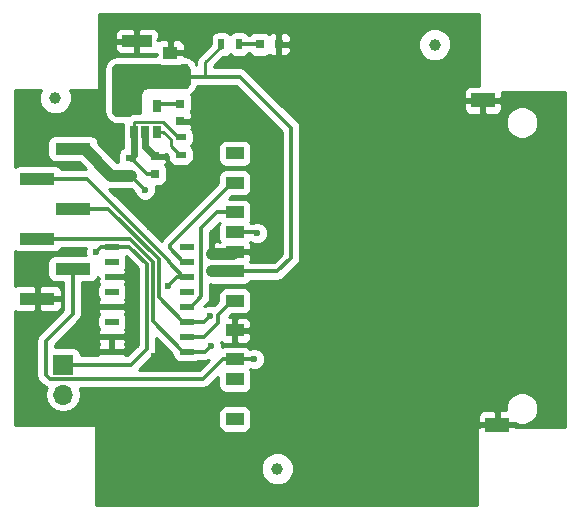
<source format=gtl>
G04 #@! TF.FileFunction,Copper,L1,Top,Signal*
%FSLAX46Y46*%
G04 Gerber Fmt 4.6, Leading zero omitted, Abs format (unit mm)*
G04 Created by KiCad (PCBNEW 4.0.5) date 04/10/17 16:46:25*
%MOMM*%
%LPD*%
G01*
G04 APERTURE LIST*
%ADD10C,0.100000*%
%ADD11C,0.600000*%
%ADD12R,0.650000X1.060000*%
%ADD13R,2.000000X1.200000*%
%ADD14R,1.500000X1.000000*%
%ADD15R,1.143000X0.508000*%
%ADD16C,1.000000*%
%ADD17R,0.750000X0.800000*%
%ADD18R,0.800000X0.800000*%
%ADD19R,0.900000X0.500000*%
%ADD20R,0.500000X0.900000*%
%ADD21R,2.500000X1.000000*%
%ADD22R,1.250000X1.000000*%
%ADD23R,1.700000X1.700000*%
%ADD24O,1.700000X1.700000*%
%ADD25R,3.000000X1.000000*%
%ADD26C,1.000000*%
%ADD27C,0.600000*%
%ADD28C,0.300000*%
%ADD29C,0.250000*%
%ADD30C,0.254000*%
G04 APERTURE END LIST*
D10*
D11*
X123893500Y-78506000D03*
X122893500Y-78506000D03*
X121893500Y-78506000D03*
X120893500Y-78506000D03*
X119893500Y-78506000D03*
X122806500Y-107401000D03*
D12*
X120765000Y-87667000D03*
X121715000Y-87667000D03*
X122665000Y-87667000D03*
X122665000Y-85467000D03*
X120765000Y-85467000D03*
D11*
X150431500Y-108267500D03*
X147828000Y-108077000D03*
X143764000Y-108077000D03*
X138684000Y-108077000D03*
X149352000Y-89344500D03*
X145605500Y-89344500D03*
X141668500Y-89344500D03*
X138684000Y-89344500D03*
X122150000Y-95750000D03*
X122650000Y-94850000D03*
X121650000Y-94850000D03*
X120647500Y-102489000D03*
X120647500Y-103718000D03*
D13*
X150300000Y-85000000D03*
D14*
X129300000Y-112000000D03*
X129300000Y-92000000D03*
X129300000Y-89500000D03*
X129300000Y-94500000D03*
X129300000Y-96200000D03*
X129300000Y-97850000D03*
X129300000Y-99500000D03*
X129300000Y-102000000D03*
X129300000Y-104500000D03*
X129300000Y-106950000D03*
X129300000Y-108650000D03*
D13*
X151500000Y-112500000D03*
D15*
X125225000Y-97405000D03*
X125225000Y-99945000D03*
X125225000Y-101215000D03*
X125225000Y-102485000D03*
X125225000Y-103755000D03*
X125225000Y-105025000D03*
X125225000Y-106295000D03*
X118875000Y-106295000D03*
X118875000Y-105025000D03*
X118875000Y-103755000D03*
X118875000Y-102485000D03*
X118875000Y-101215000D03*
X118875000Y-99945000D03*
X118875000Y-98675000D03*
X118875000Y-97405000D03*
X125225000Y-98675000D03*
D11*
X123317000Y-106680000D03*
X116332000Y-86487000D03*
X127508000Y-85471000D03*
X127508000Y-86995000D03*
X127508000Y-88646000D03*
X119700000Y-117300000D03*
X123700000Y-117300000D03*
X127700000Y-117300000D03*
X127700000Y-114300000D03*
X123700000Y-114300000D03*
X119700000Y-114300000D03*
X138700000Y-117300000D03*
X143700000Y-117300000D03*
X143700000Y-114300000D03*
X138700000Y-114300000D03*
X141700000Y-82300000D03*
X138700000Y-82300000D03*
X141700000Y-79300000D03*
X138700000Y-79300000D03*
X113281500Y-103083000D03*
X113281500Y-100543000D03*
X127550000Y-90150000D03*
X122425500Y-106680000D03*
X120647500Y-104902000D03*
X114170500Y-103083000D03*
D16*
X114107000Y-84795000D03*
X132900000Y-116200000D03*
D17*
X124650500Y-85292500D03*
X124650500Y-86792500D03*
X127350000Y-99500000D03*
X127350000Y-98000000D03*
D18*
X131407000Y-80264000D03*
X133007000Y-80264000D03*
D19*
X120500000Y-91381000D03*
X120500000Y-89881000D03*
X124714000Y-88150000D03*
X124714000Y-89650000D03*
D20*
X128155000Y-80264000D03*
X129655000Y-80264000D03*
D17*
X122500000Y-91250000D03*
X122500000Y-89750000D03*
D16*
X146200000Y-80300000D03*
D11*
X114170500Y-100543000D03*
D21*
X121000000Y-83000000D03*
X121000000Y-80000000D03*
D22*
X123825000Y-83000000D03*
X123825000Y-81000000D03*
D23*
X114742000Y-107401000D03*
D24*
X114742000Y-109941000D03*
D25*
X112567500Y-91653000D03*
X112567500Y-96733000D03*
X112567500Y-101813000D03*
X115567500Y-89113000D03*
X115567500Y-94193000D03*
X115567500Y-99273000D03*
D11*
X117550000Y-97850000D03*
X119380000Y-84328000D03*
X119507000Y-85471000D03*
X130937000Y-106934000D03*
X127254000Y-105791000D03*
X123632000Y-100733500D03*
X127199990Y-103251000D03*
X121700000Y-92600000D03*
X131191000Y-96266000D03*
D26*
X127350000Y-98000000D02*
X129150000Y-98000000D01*
X129150000Y-98000000D02*
X129300000Y-97850000D01*
D27*
X121715000Y-87667000D02*
X121715000Y-88965000D01*
X121715000Y-88965000D02*
X122500000Y-89750000D01*
D28*
X122500000Y-91250000D02*
X121869000Y-91250000D01*
X121869000Y-91250000D02*
X120500000Y-89881000D01*
D27*
X120765000Y-87667000D02*
X120765000Y-89616000D01*
X120765000Y-89616000D02*
X120500000Y-89881000D01*
D29*
X124714000Y-88150000D02*
X124514000Y-88150000D01*
X124514000Y-88150000D02*
X123175999Y-86811999D01*
X123175999Y-86811999D02*
X120840001Y-86811999D01*
X120840001Y-86811999D02*
X120765000Y-86887000D01*
X120765000Y-86887000D02*
X120765000Y-87667000D01*
D28*
X124650500Y-85292500D02*
X122839500Y-85292500D01*
X122839500Y-85292500D02*
X122665000Y-85467000D01*
X118875000Y-97405000D02*
X120367000Y-97405000D01*
X120367000Y-97405000D02*
X121854000Y-98892000D01*
X121854000Y-98892000D02*
X121854000Y-106037998D01*
X121854000Y-106037998D02*
X120490998Y-107401000D01*
X120490998Y-107401000D02*
X114742000Y-107401000D01*
X129700000Y-83000000D02*
X126807000Y-83000000D01*
X126807000Y-83000000D02*
X125450000Y-83000000D01*
D29*
X128155000Y-80264000D02*
X128155000Y-80464000D01*
X128155000Y-80464000D02*
X126807000Y-81812000D01*
X126807000Y-81812000D02*
X126807000Y-83000000D01*
D28*
X125999002Y-83000000D02*
X125450000Y-83000000D01*
X125450000Y-83000000D02*
X124850000Y-83000000D01*
X129300000Y-99500000D02*
X132900000Y-99500000D01*
X132900000Y-99500000D02*
X134050000Y-98350000D01*
X134050000Y-98350000D02*
X134050000Y-87350000D01*
X134050000Y-87350000D02*
X129700000Y-83000000D01*
X117550000Y-97850000D02*
X117995000Y-97405000D01*
X117995000Y-97405000D02*
X118875000Y-97405000D01*
X119192500Y-97405000D02*
X118875000Y-97405000D01*
D29*
X125619000Y-83000000D02*
X124850000Y-83000000D01*
X124850000Y-83000000D02*
X124700000Y-83000000D01*
D26*
X127350000Y-99500000D02*
X129300000Y-99500000D01*
D29*
X124700000Y-83000000D02*
X123825000Y-83000000D01*
D28*
X119380000Y-84328000D02*
X119380000Y-84455000D01*
X119380000Y-84455000D02*
X119253000Y-84582000D01*
X119507000Y-85471000D02*
X119634000Y-85344000D01*
X119634000Y-85344000D02*
X119761000Y-85344000D01*
X124907500Y-98675000D02*
X123790544Y-97558044D01*
X123790544Y-97558044D02*
X123790544Y-97259456D01*
X125225000Y-98675000D02*
X124907500Y-98675000D01*
X129050000Y-92000000D02*
X129300000Y-92000000D01*
X123790544Y-97259456D02*
X129050000Y-92000000D01*
X125225000Y-102485000D02*
X125542500Y-102485000D01*
X125542500Y-102485000D02*
X126146501Y-101880999D01*
X126146501Y-101880999D02*
X126167501Y-101880999D01*
X126167501Y-101880999D02*
X126426000Y-101622500D01*
X126426000Y-101622500D02*
X126426000Y-95844000D01*
X126426000Y-95844000D02*
X127770000Y-94500000D01*
X127770000Y-94500000D02*
X129300000Y-94500000D01*
X129050000Y-94500000D02*
X129300000Y-94500000D01*
X127850000Y-103850000D02*
X127850000Y-103200000D01*
X127850000Y-103200000D02*
X129050000Y-102000000D01*
X129050000Y-102000000D02*
X129300000Y-102000000D01*
X126675000Y-105025000D02*
X127850000Y-103850000D01*
X125225000Y-105025000D02*
X126675000Y-105025000D01*
X129300000Y-102330500D02*
X129300000Y-102000000D01*
X113611999Y-108601001D02*
X113281500Y-108270502D01*
X115567500Y-103083000D02*
X113281500Y-105369000D01*
X113281500Y-105369000D02*
X113281500Y-108270502D01*
X115567500Y-99273000D02*
X115567500Y-103083000D01*
X129300000Y-106950000D02*
X128250000Y-106950000D01*
X128250000Y-106950000D02*
X126598999Y-108601001D01*
X126598999Y-108601001D02*
X113611999Y-108601001D01*
X130937000Y-106934000D02*
X129316000Y-106934000D01*
X129316000Y-106934000D02*
X129300000Y-106950000D01*
X129655000Y-80264000D02*
X131407000Y-80264000D01*
X120402122Y-96733000D02*
X122354011Y-98684889D01*
X124907500Y-106295000D02*
X125225000Y-106295000D01*
X122354011Y-103741511D02*
X124907500Y-106295000D01*
X122354011Y-98684889D02*
X122354011Y-103741511D01*
X112567500Y-96733000D02*
X120402122Y-96733000D01*
X126746000Y-106299000D02*
X125730000Y-106299000D01*
X127254000Y-105791000D02*
X126746000Y-106299000D01*
X125412500Y-106299000D02*
X125730000Y-106299000D01*
X123632000Y-100733500D02*
X124420500Y-99945000D01*
X124420500Y-99945000D02*
X125225000Y-99945000D01*
X123698000Y-98614634D02*
X123698000Y-98735500D01*
X123698000Y-98735500D02*
X124907500Y-99945000D01*
X124907500Y-99945000D02*
X125225000Y-99945000D01*
X112567500Y-91653000D02*
X116736366Y-91653000D01*
X116736366Y-91653000D02*
X123698000Y-98614634D01*
X118569244Y-94193000D02*
X117367500Y-94193000D01*
X122854022Y-98477778D02*
X118569244Y-94193000D01*
X124907500Y-103755000D02*
X122854022Y-101701522D01*
X117367500Y-94193000D02*
X115567500Y-94193000D01*
X125225000Y-103755000D02*
X124907500Y-103755000D01*
X122854022Y-101701522D02*
X122854022Y-98477778D01*
X125225000Y-103755000D02*
X126695990Y-103755000D01*
X126695990Y-103755000D02*
X127199990Y-103251000D01*
D29*
X123861002Y-88900000D02*
X123861002Y-88288002D01*
X123861002Y-88288002D02*
X123240000Y-87667000D01*
X123240000Y-87667000D02*
X122665000Y-87667000D01*
X124714000Y-89650000D02*
X124611002Y-89650000D01*
X124611002Y-89650000D02*
X123861002Y-88900000D01*
D26*
X120500000Y-91381000D02*
X118835500Y-91381000D01*
X118835500Y-91381000D02*
X116567500Y-89113000D01*
X116567500Y-89113000D02*
X115567500Y-89113000D01*
D28*
X120500000Y-91381000D02*
X120500000Y-91400000D01*
X120500000Y-91400000D02*
X121700000Y-92600000D01*
X129300000Y-96200000D02*
X131125000Y-96200000D01*
X131125000Y-96200000D02*
X131191000Y-96266000D01*
X129550000Y-96200000D02*
X129300000Y-96200000D01*
D30*
G36*
X149973000Y-83765000D02*
X149173690Y-83765000D01*
X148940301Y-83861673D01*
X148761673Y-84040302D01*
X148665000Y-84273691D01*
X148665000Y-84714250D01*
X148823750Y-84873000D01*
X150173000Y-84873000D01*
X150173000Y-84853000D01*
X150427000Y-84853000D01*
X150427000Y-84873000D01*
X151776250Y-84873000D01*
X151935000Y-84714250D01*
X151935000Y-84327000D01*
X157290000Y-84327000D01*
X157290000Y-112673000D01*
X153022250Y-112673000D01*
X152976250Y-112627000D01*
X151627000Y-112627000D01*
X151627000Y-112647000D01*
X151373000Y-112647000D01*
X151373000Y-112627000D01*
X150023750Y-112627000D01*
X149977750Y-112673000D01*
X149900000Y-112673000D01*
X149853841Y-112681685D01*
X149811447Y-112708965D01*
X149783006Y-112750590D01*
X149773000Y-112800000D01*
X149773000Y-119290000D01*
X117527000Y-119290000D01*
X117527000Y-116476661D01*
X131502758Y-116476661D01*
X131714990Y-116990303D01*
X132107630Y-117383629D01*
X132620900Y-117596757D01*
X133176661Y-117597242D01*
X133690303Y-117385010D01*
X134083629Y-116992370D01*
X134296757Y-116479100D01*
X134297242Y-115923339D01*
X134085010Y-115409697D01*
X133692370Y-115016371D01*
X133179100Y-114803243D01*
X132623339Y-114802758D01*
X132109697Y-115014990D01*
X131716371Y-115407630D01*
X131503243Y-115920900D01*
X131502758Y-116476661D01*
X117527000Y-116476661D01*
X117527000Y-112600000D01*
X117518315Y-112553841D01*
X117491035Y-112511447D01*
X117449410Y-112483006D01*
X117400000Y-112473000D01*
X110710000Y-112473000D01*
X110710000Y-111500000D01*
X127902560Y-111500000D01*
X127902560Y-112500000D01*
X127946838Y-112735317D01*
X128085910Y-112951441D01*
X128298110Y-113096431D01*
X128550000Y-113147440D01*
X130050000Y-113147440D01*
X130285317Y-113103162D01*
X130501441Y-112964090D01*
X130646431Y-112751890D01*
X130697440Y-112500000D01*
X130697440Y-111773691D01*
X149865000Y-111773691D01*
X149865000Y-112214250D01*
X150023750Y-112373000D01*
X151373000Y-112373000D01*
X151373000Y-111423750D01*
X151627000Y-111423750D01*
X151627000Y-112373000D01*
X152976250Y-112373000D01*
X152999107Y-112350143D01*
X153323298Y-112484759D01*
X153874285Y-112485240D01*
X154383515Y-112274831D01*
X154773461Y-111885564D01*
X154984759Y-111376702D01*
X154985240Y-110825715D01*
X154774831Y-110316485D01*
X154385564Y-109926539D01*
X153876702Y-109715241D01*
X153325715Y-109714760D01*
X152816485Y-109925169D01*
X152426539Y-110314436D01*
X152215241Y-110823298D01*
X152214855Y-111265000D01*
X151785750Y-111265000D01*
X151627000Y-111423750D01*
X151373000Y-111423750D01*
X151214250Y-111265000D01*
X150373690Y-111265000D01*
X150140301Y-111361673D01*
X149961673Y-111540302D01*
X149865000Y-111773691D01*
X130697440Y-111773691D01*
X130697440Y-111500000D01*
X130653162Y-111264683D01*
X130514090Y-111048559D01*
X130301890Y-110903569D01*
X130050000Y-110852560D01*
X128550000Y-110852560D01*
X128314683Y-110896838D01*
X128098559Y-111035910D01*
X127953569Y-111248110D01*
X127902560Y-111500000D01*
X110710000Y-111500000D01*
X110710000Y-102852237D01*
X110941191Y-102948000D01*
X112281750Y-102948000D01*
X112440500Y-102789250D01*
X112440500Y-101940000D01*
X112694500Y-101940000D01*
X112694500Y-102789250D01*
X112853250Y-102948000D01*
X114193809Y-102948000D01*
X114427198Y-102851327D01*
X114605827Y-102672699D01*
X114702500Y-102439310D01*
X114702500Y-102098750D01*
X114543750Y-101940000D01*
X112694500Y-101940000D01*
X112440500Y-101940000D01*
X112420500Y-101940000D01*
X112420500Y-101686000D01*
X112440500Y-101686000D01*
X112440500Y-100836750D01*
X112694500Y-100836750D01*
X112694500Y-101686000D01*
X114543750Y-101686000D01*
X114702500Y-101527250D01*
X114702500Y-101186690D01*
X114605827Y-100953301D01*
X114427198Y-100774673D01*
X114193809Y-100678000D01*
X112853250Y-100678000D01*
X112694500Y-100836750D01*
X112440500Y-100836750D01*
X112281750Y-100678000D01*
X110941191Y-100678000D01*
X110710000Y-100773763D01*
X110710000Y-97757271D01*
X110815610Y-97829431D01*
X111067500Y-97880440D01*
X114067500Y-97880440D01*
X114302817Y-97836162D01*
X114518941Y-97697090D01*
X114641308Y-97518000D01*
X116675455Y-97518000D01*
X116615162Y-97663201D01*
X116614838Y-98035167D01*
X116652188Y-98125560D01*
X114067500Y-98125560D01*
X113832183Y-98169838D01*
X113616059Y-98308910D01*
X113471069Y-98521110D01*
X113420060Y-98773000D01*
X113420060Y-99773000D01*
X113464338Y-100008317D01*
X113603410Y-100224441D01*
X113815610Y-100369431D01*
X114067500Y-100420440D01*
X114782500Y-100420440D01*
X114782500Y-102757842D01*
X112726421Y-104813921D01*
X112556255Y-105068593D01*
X112556255Y-105068594D01*
X112496500Y-105369000D01*
X112496500Y-108270502D01*
X112556255Y-108570909D01*
X112726421Y-108825581D01*
X113056920Y-109156080D01*
X113311592Y-109326246D01*
X113364909Y-109336852D01*
X113340946Y-109372715D01*
X113227907Y-109941000D01*
X113340946Y-110509285D01*
X113662853Y-110991054D01*
X114144622Y-111312961D01*
X114712907Y-111426000D01*
X114771093Y-111426000D01*
X115339378Y-111312961D01*
X115821147Y-110991054D01*
X116143054Y-110509285D01*
X116256093Y-109941000D01*
X116145697Y-109386001D01*
X126598999Y-109386001D01*
X126899406Y-109326246D01*
X127154078Y-109156080D01*
X127902560Y-108407598D01*
X127902560Y-109150000D01*
X127946838Y-109385317D01*
X128085910Y-109601441D01*
X128298110Y-109746431D01*
X128550000Y-109797440D01*
X130050000Y-109797440D01*
X130285317Y-109753162D01*
X130501441Y-109614090D01*
X130646431Y-109401890D01*
X130697440Y-109150000D01*
X130697440Y-108150000D01*
X130653162Y-107914683D01*
X130579380Y-107800022D01*
X130580506Y-107798374D01*
X130750201Y-107868838D01*
X131122167Y-107869162D01*
X131465943Y-107727117D01*
X131729192Y-107464327D01*
X131871838Y-107120799D01*
X131872162Y-106748833D01*
X131730117Y-106405057D01*
X131467327Y-106141808D01*
X131123799Y-105999162D01*
X130751833Y-105998838D01*
X130564166Y-106076380D01*
X130514090Y-105998559D01*
X130301890Y-105853569D01*
X130050000Y-105802560D01*
X128550000Y-105802560D01*
X128314683Y-105846838D01*
X128188882Y-105927789D01*
X128189162Y-105605833D01*
X128140827Y-105488852D01*
X128190301Y-105538327D01*
X128423690Y-105635000D01*
X129014250Y-105635000D01*
X129173000Y-105476250D01*
X129173000Y-104627000D01*
X129427000Y-104627000D01*
X129427000Y-105476250D01*
X129585750Y-105635000D01*
X130176310Y-105635000D01*
X130409699Y-105538327D01*
X130588327Y-105359698D01*
X130685000Y-105126309D01*
X130685000Y-104785750D01*
X130526250Y-104627000D01*
X129427000Y-104627000D01*
X129173000Y-104627000D01*
X129153000Y-104627000D01*
X129153000Y-104373000D01*
X129173000Y-104373000D01*
X129173000Y-103523750D01*
X129427000Y-103523750D01*
X129427000Y-104373000D01*
X130526250Y-104373000D01*
X130685000Y-104214250D01*
X130685000Y-103873691D01*
X130588327Y-103640302D01*
X130409699Y-103461673D01*
X130176310Y-103365000D01*
X129585750Y-103365000D01*
X129427000Y-103523750D01*
X129173000Y-103523750D01*
X129014250Y-103365000D01*
X128795158Y-103365000D01*
X129012718Y-103147440D01*
X130050000Y-103147440D01*
X130285317Y-103103162D01*
X130501441Y-102964090D01*
X130646431Y-102751890D01*
X130697440Y-102500000D01*
X130697440Y-101500000D01*
X130653162Y-101264683D01*
X130514090Y-101048559D01*
X130301890Y-100903569D01*
X130050000Y-100852560D01*
X128550000Y-100852560D01*
X128314683Y-100896838D01*
X128098559Y-101035910D01*
X127953569Y-101248110D01*
X127902560Y-101500000D01*
X127902560Y-102037282D01*
X127554175Y-102385667D01*
X127386789Y-102316162D01*
X127014823Y-102315838D01*
X126720572Y-102437420D01*
X126722580Y-102436078D01*
X126981079Y-102177579D01*
X127151245Y-101922906D01*
X127211000Y-101622500D01*
X127211000Y-100607351D01*
X127350000Y-100635000D01*
X128488569Y-100635000D01*
X128550000Y-100647440D01*
X130050000Y-100647440D01*
X130285317Y-100603162D01*
X130501441Y-100464090D01*
X130623808Y-100285000D01*
X132900000Y-100285000D01*
X133200407Y-100225245D01*
X133455079Y-100055079D01*
X134605079Y-98905079D01*
X134775245Y-98650406D01*
X134835001Y-98350000D01*
X134835000Y-98349995D01*
X134835000Y-87350000D01*
X134800048Y-87174285D01*
X152214760Y-87174285D01*
X152425169Y-87683515D01*
X152814436Y-88073461D01*
X153323298Y-88284759D01*
X153874285Y-88285240D01*
X154383515Y-88074831D01*
X154773461Y-87685564D01*
X154984759Y-87176702D01*
X154985240Y-86625715D01*
X154774831Y-86116485D01*
X154385564Y-85726539D01*
X153876702Y-85515241D01*
X153325715Y-85514760D01*
X152816485Y-85725169D01*
X152426539Y-86114436D01*
X152215241Y-86623298D01*
X152214760Y-87174285D01*
X134800048Y-87174285D01*
X134775245Y-87049594D01*
X134775245Y-87049593D01*
X134605079Y-86794921D01*
X133095908Y-85285750D01*
X148665000Y-85285750D01*
X148665000Y-85726309D01*
X148761673Y-85959698D01*
X148940301Y-86138327D01*
X149173690Y-86235000D01*
X150014250Y-86235000D01*
X150173000Y-86076250D01*
X150173000Y-85127000D01*
X150427000Y-85127000D01*
X150427000Y-86076250D01*
X150585750Y-86235000D01*
X151426310Y-86235000D01*
X151659699Y-86138327D01*
X151838327Y-85959698D01*
X151935000Y-85726309D01*
X151935000Y-85285750D01*
X151776250Y-85127000D01*
X150427000Y-85127000D01*
X150173000Y-85127000D01*
X148823750Y-85127000D01*
X148665000Y-85285750D01*
X133095908Y-85285750D01*
X130255079Y-82444921D01*
X130000407Y-82274755D01*
X129700000Y-82215000D01*
X127567000Y-82215000D01*
X127567000Y-82126802D01*
X128332362Y-81361440D01*
X128405000Y-81361440D01*
X128640317Y-81317162D01*
X128856441Y-81178090D01*
X128904134Y-81108289D01*
X128940910Y-81165441D01*
X129153110Y-81310431D01*
X129405000Y-81361440D01*
X129905000Y-81361440D01*
X130140317Y-81317162D01*
X130356441Y-81178090D01*
X130444644Y-81049000D01*
X130500156Y-81049000D01*
X130542910Y-81115441D01*
X130755110Y-81260431D01*
X131007000Y-81311440D01*
X131807000Y-81311440D01*
X132042317Y-81267162D01*
X132206493Y-81161518D01*
X132247302Y-81202327D01*
X132480691Y-81299000D01*
X132721250Y-81299000D01*
X132880000Y-81140250D01*
X132880000Y-80391000D01*
X133134000Y-80391000D01*
X133134000Y-81140250D01*
X133292750Y-81299000D01*
X133533309Y-81299000D01*
X133766698Y-81202327D01*
X133945327Y-81023699D01*
X134042000Y-80790310D01*
X134042000Y-80576661D01*
X144802758Y-80576661D01*
X145014990Y-81090303D01*
X145407630Y-81483629D01*
X145920900Y-81696757D01*
X146476661Y-81697242D01*
X146990303Y-81485010D01*
X147383629Y-81092370D01*
X147596757Y-80579100D01*
X147597242Y-80023339D01*
X147385010Y-79509697D01*
X146992370Y-79116371D01*
X146479100Y-78903243D01*
X145923339Y-78902758D01*
X145409697Y-79114990D01*
X145016371Y-79507630D01*
X144803243Y-80020900D01*
X144802758Y-80576661D01*
X134042000Y-80576661D01*
X134042000Y-80549750D01*
X133883250Y-80391000D01*
X133134000Y-80391000D01*
X132880000Y-80391000D01*
X132860000Y-80391000D01*
X132860000Y-80137000D01*
X132880000Y-80137000D01*
X132880000Y-79387750D01*
X133134000Y-79387750D01*
X133134000Y-80137000D01*
X133883250Y-80137000D01*
X134042000Y-79978250D01*
X134042000Y-79737690D01*
X133945327Y-79504301D01*
X133766698Y-79325673D01*
X133533309Y-79229000D01*
X133292750Y-79229000D01*
X133134000Y-79387750D01*
X132880000Y-79387750D01*
X132721250Y-79229000D01*
X132480691Y-79229000D01*
X132247302Y-79325673D01*
X132205340Y-79367634D01*
X132058890Y-79267569D01*
X131807000Y-79216560D01*
X131007000Y-79216560D01*
X130771683Y-79260838D01*
X130555559Y-79399910D01*
X130501519Y-79479000D01*
X130444018Y-79479000D01*
X130369090Y-79362559D01*
X130156890Y-79217569D01*
X129905000Y-79166560D01*
X129405000Y-79166560D01*
X129169683Y-79210838D01*
X128953559Y-79349910D01*
X128905866Y-79419711D01*
X128869090Y-79362559D01*
X128656890Y-79217569D01*
X128405000Y-79166560D01*
X127905000Y-79166560D01*
X127669683Y-79210838D01*
X127453559Y-79349910D01*
X127308569Y-79562110D01*
X127257560Y-79814000D01*
X127257560Y-80286638D01*
X126269599Y-81274599D01*
X126104852Y-81521161D01*
X126047000Y-81812000D01*
X126047000Y-81993667D01*
X125989922Y-81855868D01*
X125881535Y-81693657D01*
X125706343Y-81518465D01*
X125544132Y-81410078D01*
X125315223Y-81315261D01*
X125123881Y-81277201D01*
X125071269Y-81272019D01*
X124926250Y-81127000D01*
X123952000Y-81127000D01*
X123952000Y-81147000D01*
X123698000Y-81147000D01*
X123698000Y-81127000D01*
X123678000Y-81127000D01*
X123678000Y-80873000D01*
X123698000Y-80873000D01*
X123698000Y-80023750D01*
X123952000Y-80023750D01*
X123952000Y-80873000D01*
X124926250Y-80873000D01*
X125085000Y-80714250D01*
X125085000Y-80373691D01*
X124988327Y-80140302D01*
X124809699Y-79961673D01*
X124576310Y-79865000D01*
X124110750Y-79865000D01*
X123952000Y-80023750D01*
X123698000Y-80023750D01*
X123539250Y-79865000D01*
X123073690Y-79865000D01*
X122885000Y-79943158D01*
X122885000Y-79872998D01*
X122726252Y-79872998D01*
X122885000Y-79714250D01*
X122885000Y-79373691D01*
X122788327Y-79140302D01*
X122609699Y-78961673D01*
X122376310Y-78865000D01*
X121285750Y-78865000D01*
X121127000Y-79023750D01*
X121127000Y-79873000D01*
X121147000Y-79873000D01*
X121147000Y-80127000D01*
X121127000Y-80127000D01*
X121127000Y-80976250D01*
X121285750Y-81135000D01*
X122376310Y-81135000D01*
X122565000Y-81056842D01*
X122565000Y-81127002D01*
X122723748Y-81127002D01*
X122585750Y-81265000D01*
X119350000Y-81265000D01*
X119226119Y-81277201D01*
X119034777Y-81315261D01*
X118805868Y-81410078D01*
X118643657Y-81518465D01*
X118468465Y-81693657D01*
X118360078Y-81855868D01*
X118265261Y-82084777D01*
X118227201Y-82276119D01*
X118215000Y-82400000D01*
X118215000Y-85900000D01*
X118227201Y-86023881D01*
X118265261Y-86215223D01*
X118360078Y-86444132D01*
X118468465Y-86606343D01*
X118643657Y-86781535D01*
X118805868Y-86889922D01*
X119034777Y-86984739D01*
X119226119Y-87022799D01*
X119350000Y-87035000D01*
X119813216Y-87035000D01*
X119792560Y-87137000D01*
X119792560Y-88197000D01*
X119830000Y-88395976D01*
X119830000Y-89024956D01*
X119814683Y-89027838D01*
X119598559Y-89166910D01*
X119453569Y-89379110D01*
X119402560Y-89631000D01*
X119402560Y-90131000D01*
X119424199Y-90246000D01*
X119305632Y-90246000D01*
X117714940Y-88655308D01*
X117714940Y-88613000D01*
X117670662Y-88377683D01*
X117531590Y-88161559D01*
X117319390Y-88016569D01*
X117067500Y-87965560D01*
X114067500Y-87965560D01*
X113832183Y-88009838D01*
X113616059Y-88148910D01*
X113471069Y-88361110D01*
X113420060Y-88613000D01*
X113420060Y-89613000D01*
X113464338Y-89848317D01*
X113603410Y-90064441D01*
X113815610Y-90209431D01*
X114067500Y-90260440D01*
X116109808Y-90260440D01*
X116717368Y-90868000D01*
X114638692Y-90868000D01*
X114531590Y-90701559D01*
X114319390Y-90556569D01*
X114067500Y-90505560D01*
X111067500Y-90505560D01*
X110832183Y-90549838D01*
X110710000Y-90628461D01*
X110710000Y-84127000D01*
X112871728Y-84127000D01*
X112710243Y-84515900D01*
X112709758Y-85071661D01*
X112921990Y-85585303D01*
X113314630Y-85978629D01*
X113827900Y-86191757D01*
X114383661Y-86192242D01*
X114897303Y-85980010D01*
X115290629Y-85587370D01*
X115503757Y-85074100D01*
X115504242Y-84518339D01*
X115342544Y-84127000D01*
X117700000Y-84127000D01*
X117746159Y-84118315D01*
X117788553Y-84091035D01*
X117816994Y-84049410D01*
X117827000Y-84000000D01*
X117827000Y-80285750D01*
X119115000Y-80285750D01*
X119115000Y-80626309D01*
X119211673Y-80859698D01*
X119390301Y-81038327D01*
X119623690Y-81135000D01*
X120714250Y-81135000D01*
X120873000Y-80976250D01*
X120873000Y-80127000D01*
X119273750Y-80127000D01*
X119115000Y-80285750D01*
X117827000Y-80285750D01*
X117827000Y-79373691D01*
X119115000Y-79373691D01*
X119115000Y-79714250D01*
X119273750Y-79873000D01*
X120873000Y-79873000D01*
X120873000Y-79023750D01*
X120714250Y-78865000D01*
X119623690Y-78865000D01*
X119390301Y-78961673D01*
X119211673Y-79140302D01*
X119115000Y-79373691D01*
X117827000Y-79373691D01*
X117827000Y-77710000D01*
X149973000Y-77710000D01*
X149973000Y-83765000D01*
X149973000Y-83765000D01*
G37*
X149973000Y-83765000D02*
X149173690Y-83765000D01*
X148940301Y-83861673D01*
X148761673Y-84040302D01*
X148665000Y-84273691D01*
X148665000Y-84714250D01*
X148823750Y-84873000D01*
X150173000Y-84873000D01*
X150173000Y-84853000D01*
X150427000Y-84853000D01*
X150427000Y-84873000D01*
X151776250Y-84873000D01*
X151935000Y-84714250D01*
X151935000Y-84327000D01*
X157290000Y-84327000D01*
X157290000Y-112673000D01*
X153022250Y-112673000D01*
X152976250Y-112627000D01*
X151627000Y-112627000D01*
X151627000Y-112647000D01*
X151373000Y-112647000D01*
X151373000Y-112627000D01*
X150023750Y-112627000D01*
X149977750Y-112673000D01*
X149900000Y-112673000D01*
X149853841Y-112681685D01*
X149811447Y-112708965D01*
X149783006Y-112750590D01*
X149773000Y-112800000D01*
X149773000Y-119290000D01*
X117527000Y-119290000D01*
X117527000Y-116476661D01*
X131502758Y-116476661D01*
X131714990Y-116990303D01*
X132107630Y-117383629D01*
X132620900Y-117596757D01*
X133176661Y-117597242D01*
X133690303Y-117385010D01*
X134083629Y-116992370D01*
X134296757Y-116479100D01*
X134297242Y-115923339D01*
X134085010Y-115409697D01*
X133692370Y-115016371D01*
X133179100Y-114803243D01*
X132623339Y-114802758D01*
X132109697Y-115014990D01*
X131716371Y-115407630D01*
X131503243Y-115920900D01*
X131502758Y-116476661D01*
X117527000Y-116476661D01*
X117527000Y-112600000D01*
X117518315Y-112553841D01*
X117491035Y-112511447D01*
X117449410Y-112483006D01*
X117400000Y-112473000D01*
X110710000Y-112473000D01*
X110710000Y-111500000D01*
X127902560Y-111500000D01*
X127902560Y-112500000D01*
X127946838Y-112735317D01*
X128085910Y-112951441D01*
X128298110Y-113096431D01*
X128550000Y-113147440D01*
X130050000Y-113147440D01*
X130285317Y-113103162D01*
X130501441Y-112964090D01*
X130646431Y-112751890D01*
X130697440Y-112500000D01*
X130697440Y-111773691D01*
X149865000Y-111773691D01*
X149865000Y-112214250D01*
X150023750Y-112373000D01*
X151373000Y-112373000D01*
X151373000Y-111423750D01*
X151627000Y-111423750D01*
X151627000Y-112373000D01*
X152976250Y-112373000D01*
X152999107Y-112350143D01*
X153323298Y-112484759D01*
X153874285Y-112485240D01*
X154383515Y-112274831D01*
X154773461Y-111885564D01*
X154984759Y-111376702D01*
X154985240Y-110825715D01*
X154774831Y-110316485D01*
X154385564Y-109926539D01*
X153876702Y-109715241D01*
X153325715Y-109714760D01*
X152816485Y-109925169D01*
X152426539Y-110314436D01*
X152215241Y-110823298D01*
X152214855Y-111265000D01*
X151785750Y-111265000D01*
X151627000Y-111423750D01*
X151373000Y-111423750D01*
X151214250Y-111265000D01*
X150373690Y-111265000D01*
X150140301Y-111361673D01*
X149961673Y-111540302D01*
X149865000Y-111773691D01*
X130697440Y-111773691D01*
X130697440Y-111500000D01*
X130653162Y-111264683D01*
X130514090Y-111048559D01*
X130301890Y-110903569D01*
X130050000Y-110852560D01*
X128550000Y-110852560D01*
X128314683Y-110896838D01*
X128098559Y-111035910D01*
X127953569Y-111248110D01*
X127902560Y-111500000D01*
X110710000Y-111500000D01*
X110710000Y-102852237D01*
X110941191Y-102948000D01*
X112281750Y-102948000D01*
X112440500Y-102789250D01*
X112440500Y-101940000D01*
X112694500Y-101940000D01*
X112694500Y-102789250D01*
X112853250Y-102948000D01*
X114193809Y-102948000D01*
X114427198Y-102851327D01*
X114605827Y-102672699D01*
X114702500Y-102439310D01*
X114702500Y-102098750D01*
X114543750Y-101940000D01*
X112694500Y-101940000D01*
X112440500Y-101940000D01*
X112420500Y-101940000D01*
X112420500Y-101686000D01*
X112440500Y-101686000D01*
X112440500Y-100836750D01*
X112694500Y-100836750D01*
X112694500Y-101686000D01*
X114543750Y-101686000D01*
X114702500Y-101527250D01*
X114702500Y-101186690D01*
X114605827Y-100953301D01*
X114427198Y-100774673D01*
X114193809Y-100678000D01*
X112853250Y-100678000D01*
X112694500Y-100836750D01*
X112440500Y-100836750D01*
X112281750Y-100678000D01*
X110941191Y-100678000D01*
X110710000Y-100773763D01*
X110710000Y-97757271D01*
X110815610Y-97829431D01*
X111067500Y-97880440D01*
X114067500Y-97880440D01*
X114302817Y-97836162D01*
X114518941Y-97697090D01*
X114641308Y-97518000D01*
X116675455Y-97518000D01*
X116615162Y-97663201D01*
X116614838Y-98035167D01*
X116652188Y-98125560D01*
X114067500Y-98125560D01*
X113832183Y-98169838D01*
X113616059Y-98308910D01*
X113471069Y-98521110D01*
X113420060Y-98773000D01*
X113420060Y-99773000D01*
X113464338Y-100008317D01*
X113603410Y-100224441D01*
X113815610Y-100369431D01*
X114067500Y-100420440D01*
X114782500Y-100420440D01*
X114782500Y-102757842D01*
X112726421Y-104813921D01*
X112556255Y-105068593D01*
X112556255Y-105068594D01*
X112496500Y-105369000D01*
X112496500Y-108270502D01*
X112556255Y-108570909D01*
X112726421Y-108825581D01*
X113056920Y-109156080D01*
X113311592Y-109326246D01*
X113364909Y-109336852D01*
X113340946Y-109372715D01*
X113227907Y-109941000D01*
X113340946Y-110509285D01*
X113662853Y-110991054D01*
X114144622Y-111312961D01*
X114712907Y-111426000D01*
X114771093Y-111426000D01*
X115339378Y-111312961D01*
X115821147Y-110991054D01*
X116143054Y-110509285D01*
X116256093Y-109941000D01*
X116145697Y-109386001D01*
X126598999Y-109386001D01*
X126899406Y-109326246D01*
X127154078Y-109156080D01*
X127902560Y-108407598D01*
X127902560Y-109150000D01*
X127946838Y-109385317D01*
X128085910Y-109601441D01*
X128298110Y-109746431D01*
X128550000Y-109797440D01*
X130050000Y-109797440D01*
X130285317Y-109753162D01*
X130501441Y-109614090D01*
X130646431Y-109401890D01*
X130697440Y-109150000D01*
X130697440Y-108150000D01*
X130653162Y-107914683D01*
X130579380Y-107800022D01*
X130580506Y-107798374D01*
X130750201Y-107868838D01*
X131122167Y-107869162D01*
X131465943Y-107727117D01*
X131729192Y-107464327D01*
X131871838Y-107120799D01*
X131872162Y-106748833D01*
X131730117Y-106405057D01*
X131467327Y-106141808D01*
X131123799Y-105999162D01*
X130751833Y-105998838D01*
X130564166Y-106076380D01*
X130514090Y-105998559D01*
X130301890Y-105853569D01*
X130050000Y-105802560D01*
X128550000Y-105802560D01*
X128314683Y-105846838D01*
X128188882Y-105927789D01*
X128189162Y-105605833D01*
X128140827Y-105488852D01*
X128190301Y-105538327D01*
X128423690Y-105635000D01*
X129014250Y-105635000D01*
X129173000Y-105476250D01*
X129173000Y-104627000D01*
X129427000Y-104627000D01*
X129427000Y-105476250D01*
X129585750Y-105635000D01*
X130176310Y-105635000D01*
X130409699Y-105538327D01*
X130588327Y-105359698D01*
X130685000Y-105126309D01*
X130685000Y-104785750D01*
X130526250Y-104627000D01*
X129427000Y-104627000D01*
X129173000Y-104627000D01*
X129153000Y-104627000D01*
X129153000Y-104373000D01*
X129173000Y-104373000D01*
X129173000Y-103523750D01*
X129427000Y-103523750D01*
X129427000Y-104373000D01*
X130526250Y-104373000D01*
X130685000Y-104214250D01*
X130685000Y-103873691D01*
X130588327Y-103640302D01*
X130409699Y-103461673D01*
X130176310Y-103365000D01*
X129585750Y-103365000D01*
X129427000Y-103523750D01*
X129173000Y-103523750D01*
X129014250Y-103365000D01*
X128795158Y-103365000D01*
X129012718Y-103147440D01*
X130050000Y-103147440D01*
X130285317Y-103103162D01*
X130501441Y-102964090D01*
X130646431Y-102751890D01*
X130697440Y-102500000D01*
X130697440Y-101500000D01*
X130653162Y-101264683D01*
X130514090Y-101048559D01*
X130301890Y-100903569D01*
X130050000Y-100852560D01*
X128550000Y-100852560D01*
X128314683Y-100896838D01*
X128098559Y-101035910D01*
X127953569Y-101248110D01*
X127902560Y-101500000D01*
X127902560Y-102037282D01*
X127554175Y-102385667D01*
X127386789Y-102316162D01*
X127014823Y-102315838D01*
X126720572Y-102437420D01*
X126722580Y-102436078D01*
X126981079Y-102177579D01*
X127151245Y-101922906D01*
X127211000Y-101622500D01*
X127211000Y-100607351D01*
X127350000Y-100635000D01*
X128488569Y-100635000D01*
X128550000Y-100647440D01*
X130050000Y-100647440D01*
X130285317Y-100603162D01*
X130501441Y-100464090D01*
X130623808Y-100285000D01*
X132900000Y-100285000D01*
X133200407Y-100225245D01*
X133455079Y-100055079D01*
X134605079Y-98905079D01*
X134775245Y-98650406D01*
X134835001Y-98350000D01*
X134835000Y-98349995D01*
X134835000Y-87350000D01*
X134800048Y-87174285D01*
X152214760Y-87174285D01*
X152425169Y-87683515D01*
X152814436Y-88073461D01*
X153323298Y-88284759D01*
X153874285Y-88285240D01*
X154383515Y-88074831D01*
X154773461Y-87685564D01*
X154984759Y-87176702D01*
X154985240Y-86625715D01*
X154774831Y-86116485D01*
X154385564Y-85726539D01*
X153876702Y-85515241D01*
X153325715Y-85514760D01*
X152816485Y-85725169D01*
X152426539Y-86114436D01*
X152215241Y-86623298D01*
X152214760Y-87174285D01*
X134800048Y-87174285D01*
X134775245Y-87049594D01*
X134775245Y-87049593D01*
X134605079Y-86794921D01*
X133095908Y-85285750D01*
X148665000Y-85285750D01*
X148665000Y-85726309D01*
X148761673Y-85959698D01*
X148940301Y-86138327D01*
X149173690Y-86235000D01*
X150014250Y-86235000D01*
X150173000Y-86076250D01*
X150173000Y-85127000D01*
X150427000Y-85127000D01*
X150427000Y-86076250D01*
X150585750Y-86235000D01*
X151426310Y-86235000D01*
X151659699Y-86138327D01*
X151838327Y-85959698D01*
X151935000Y-85726309D01*
X151935000Y-85285750D01*
X151776250Y-85127000D01*
X150427000Y-85127000D01*
X150173000Y-85127000D01*
X148823750Y-85127000D01*
X148665000Y-85285750D01*
X133095908Y-85285750D01*
X130255079Y-82444921D01*
X130000407Y-82274755D01*
X129700000Y-82215000D01*
X127567000Y-82215000D01*
X127567000Y-82126802D01*
X128332362Y-81361440D01*
X128405000Y-81361440D01*
X128640317Y-81317162D01*
X128856441Y-81178090D01*
X128904134Y-81108289D01*
X128940910Y-81165441D01*
X129153110Y-81310431D01*
X129405000Y-81361440D01*
X129905000Y-81361440D01*
X130140317Y-81317162D01*
X130356441Y-81178090D01*
X130444644Y-81049000D01*
X130500156Y-81049000D01*
X130542910Y-81115441D01*
X130755110Y-81260431D01*
X131007000Y-81311440D01*
X131807000Y-81311440D01*
X132042317Y-81267162D01*
X132206493Y-81161518D01*
X132247302Y-81202327D01*
X132480691Y-81299000D01*
X132721250Y-81299000D01*
X132880000Y-81140250D01*
X132880000Y-80391000D01*
X133134000Y-80391000D01*
X133134000Y-81140250D01*
X133292750Y-81299000D01*
X133533309Y-81299000D01*
X133766698Y-81202327D01*
X133945327Y-81023699D01*
X134042000Y-80790310D01*
X134042000Y-80576661D01*
X144802758Y-80576661D01*
X145014990Y-81090303D01*
X145407630Y-81483629D01*
X145920900Y-81696757D01*
X146476661Y-81697242D01*
X146990303Y-81485010D01*
X147383629Y-81092370D01*
X147596757Y-80579100D01*
X147597242Y-80023339D01*
X147385010Y-79509697D01*
X146992370Y-79116371D01*
X146479100Y-78903243D01*
X145923339Y-78902758D01*
X145409697Y-79114990D01*
X145016371Y-79507630D01*
X144803243Y-80020900D01*
X144802758Y-80576661D01*
X134042000Y-80576661D01*
X134042000Y-80549750D01*
X133883250Y-80391000D01*
X133134000Y-80391000D01*
X132880000Y-80391000D01*
X132860000Y-80391000D01*
X132860000Y-80137000D01*
X132880000Y-80137000D01*
X132880000Y-79387750D01*
X133134000Y-79387750D01*
X133134000Y-80137000D01*
X133883250Y-80137000D01*
X134042000Y-79978250D01*
X134042000Y-79737690D01*
X133945327Y-79504301D01*
X133766698Y-79325673D01*
X133533309Y-79229000D01*
X133292750Y-79229000D01*
X133134000Y-79387750D01*
X132880000Y-79387750D01*
X132721250Y-79229000D01*
X132480691Y-79229000D01*
X132247302Y-79325673D01*
X132205340Y-79367634D01*
X132058890Y-79267569D01*
X131807000Y-79216560D01*
X131007000Y-79216560D01*
X130771683Y-79260838D01*
X130555559Y-79399910D01*
X130501519Y-79479000D01*
X130444018Y-79479000D01*
X130369090Y-79362559D01*
X130156890Y-79217569D01*
X129905000Y-79166560D01*
X129405000Y-79166560D01*
X129169683Y-79210838D01*
X128953559Y-79349910D01*
X128905866Y-79419711D01*
X128869090Y-79362559D01*
X128656890Y-79217569D01*
X128405000Y-79166560D01*
X127905000Y-79166560D01*
X127669683Y-79210838D01*
X127453559Y-79349910D01*
X127308569Y-79562110D01*
X127257560Y-79814000D01*
X127257560Y-80286638D01*
X126269599Y-81274599D01*
X126104852Y-81521161D01*
X126047000Y-81812000D01*
X126047000Y-81993667D01*
X125989922Y-81855868D01*
X125881535Y-81693657D01*
X125706343Y-81518465D01*
X125544132Y-81410078D01*
X125315223Y-81315261D01*
X125123881Y-81277201D01*
X125071269Y-81272019D01*
X124926250Y-81127000D01*
X123952000Y-81127000D01*
X123952000Y-81147000D01*
X123698000Y-81147000D01*
X123698000Y-81127000D01*
X123678000Y-81127000D01*
X123678000Y-80873000D01*
X123698000Y-80873000D01*
X123698000Y-80023750D01*
X123952000Y-80023750D01*
X123952000Y-80873000D01*
X124926250Y-80873000D01*
X125085000Y-80714250D01*
X125085000Y-80373691D01*
X124988327Y-80140302D01*
X124809699Y-79961673D01*
X124576310Y-79865000D01*
X124110750Y-79865000D01*
X123952000Y-80023750D01*
X123698000Y-80023750D01*
X123539250Y-79865000D01*
X123073690Y-79865000D01*
X122885000Y-79943158D01*
X122885000Y-79872998D01*
X122726252Y-79872998D01*
X122885000Y-79714250D01*
X122885000Y-79373691D01*
X122788327Y-79140302D01*
X122609699Y-78961673D01*
X122376310Y-78865000D01*
X121285750Y-78865000D01*
X121127000Y-79023750D01*
X121127000Y-79873000D01*
X121147000Y-79873000D01*
X121147000Y-80127000D01*
X121127000Y-80127000D01*
X121127000Y-80976250D01*
X121285750Y-81135000D01*
X122376310Y-81135000D01*
X122565000Y-81056842D01*
X122565000Y-81127002D01*
X122723748Y-81127002D01*
X122585750Y-81265000D01*
X119350000Y-81265000D01*
X119226119Y-81277201D01*
X119034777Y-81315261D01*
X118805868Y-81410078D01*
X118643657Y-81518465D01*
X118468465Y-81693657D01*
X118360078Y-81855868D01*
X118265261Y-82084777D01*
X118227201Y-82276119D01*
X118215000Y-82400000D01*
X118215000Y-85900000D01*
X118227201Y-86023881D01*
X118265261Y-86215223D01*
X118360078Y-86444132D01*
X118468465Y-86606343D01*
X118643657Y-86781535D01*
X118805868Y-86889922D01*
X119034777Y-86984739D01*
X119226119Y-87022799D01*
X119350000Y-87035000D01*
X119813216Y-87035000D01*
X119792560Y-87137000D01*
X119792560Y-88197000D01*
X119830000Y-88395976D01*
X119830000Y-89024956D01*
X119814683Y-89027838D01*
X119598559Y-89166910D01*
X119453569Y-89379110D01*
X119402560Y-89631000D01*
X119402560Y-90131000D01*
X119424199Y-90246000D01*
X119305632Y-90246000D01*
X117714940Y-88655308D01*
X117714940Y-88613000D01*
X117670662Y-88377683D01*
X117531590Y-88161559D01*
X117319390Y-88016569D01*
X117067500Y-87965560D01*
X114067500Y-87965560D01*
X113832183Y-88009838D01*
X113616059Y-88148910D01*
X113471069Y-88361110D01*
X113420060Y-88613000D01*
X113420060Y-89613000D01*
X113464338Y-89848317D01*
X113603410Y-90064441D01*
X113815610Y-90209431D01*
X114067500Y-90260440D01*
X116109808Y-90260440D01*
X116717368Y-90868000D01*
X114638692Y-90868000D01*
X114531590Y-90701559D01*
X114319390Y-90556569D01*
X114067500Y-90505560D01*
X111067500Y-90505560D01*
X110832183Y-90549838D01*
X110710000Y-90628461D01*
X110710000Y-84127000D01*
X112871728Y-84127000D01*
X112710243Y-84515900D01*
X112709758Y-85071661D01*
X112921990Y-85585303D01*
X113314630Y-85978629D01*
X113827900Y-86191757D01*
X114383661Y-86192242D01*
X114897303Y-85980010D01*
X115290629Y-85587370D01*
X115503757Y-85074100D01*
X115504242Y-84518339D01*
X115342544Y-84127000D01*
X117700000Y-84127000D01*
X117746159Y-84118315D01*
X117788553Y-84091035D01*
X117816994Y-84049410D01*
X117827000Y-84000000D01*
X117827000Y-80285750D01*
X119115000Y-80285750D01*
X119115000Y-80626309D01*
X119211673Y-80859698D01*
X119390301Y-81038327D01*
X119623690Y-81135000D01*
X120714250Y-81135000D01*
X120873000Y-80976250D01*
X120873000Y-80127000D01*
X119273750Y-80127000D01*
X119115000Y-80285750D01*
X117827000Y-80285750D01*
X117827000Y-79373691D01*
X119115000Y-79373691D01*
X119115000Y-79714250D01*
X119273750Y-79873000D01*
X120873000Y-79873000D01*
X120873000Y-79023750D01*
X120714250Y-78865000D01*
X119623690Y-78865000D01*
X119390301Y-78961673D01*
X119211673Y-79140302D01*
X119115000Y-79373691D01*
X117827000Y-79373691D01*
X117827000Y-77710000D01*
X149973000Y-77710000D01*
X149973000Y-83765000D01*
G36*
X124006060Y-106503718D02*
X124006060Y-106549000D01*
X124050338Y-106784317D01*
X124189410Y-107000441D01*
X124401610Y-107145431D01*
X124653500Y-107196440D01*
X125796500Y-107196440D01*
X126031817Y-107152162D01*
X126137744Y-107084000D01*
X126746000Y-107084000D01*
X127046407Y-107024245D01*
X127104239Y-106985603D01*
X126273841Y-107816001D01*
X121186155Y-107816001D01*
X122409079Y-106593077D01*
X122579245Y-106338404D01*
X122639000Y-106037998D01*
X122639000Y-105136658D01*
X124006060Y-106503718D01*
X124006060Y-106503718D01*
G37*
X124006060Y-106503718D02*
X124006060Y-106549000D01*
X124050338Y-106784317D01*
X124189410Y-107000441D01*
X124401610Y-107145431D01*
X124653500Y-107196440D01*
X125796500Y-107196440D01*
X126031817Y-107152162D01*
X126137744Y-107084000D01*
X126746000Y-107084000D01*
X127046407Y-107024245D01*
X127104239Y-106985603D01*
X126273841Y-107816001D01*
X121186155Y-107816001D01*
X122409079Y-106593077D01*
X122579245Y-106338404D01*
X122639000Y-106037998D01*
X122639000Y-105136658D01*
X124006060Y-106503718D01*
G36*
X121069000Y-99217158D02*
X121069000Y-105712840D01*
X120165840Y-106616000D01*
X120081500Y-106616000D01*
X120081500Y-106580750D01*
X119922750Y-106422000D01*
X119002000Y-106422000D01*
X119002000Y-106442000D01*
X118748000Y-106442000D01*
X118748000Y-106422000D01*
X117827250Y-106422000D01*
X117668500Y-106580750D01*
X117668500Y-106616000D01*
X116239440Y-106616000D01*
X116239440Y-106551000D01*
X116195162Y-106315683D01*
X116056090Y-106099559D01*
X115843890Y-105954569D01*
X115592000Y-105903560D01*
X114066500Y-105903560D01*
X114066500Y-105694158D01*
X114449908Y-105310750D01*
X117668500Y-105310750D01*
X117668500Y-105405309D01*
X117765173Y-105638698D01*
X117786475Y-105660000D01*
X117765173Y-105681302D01*
X117668500Y-105914691D01*
X117668500Y-106009250D01*
X117827250Y-106168000D01*
X118748000Y-106168000D01*
X118748000Y-105152000D01*
X119002000Y-105152000D01*
X119002000Y-106168000D01*
X119922750Y-106168000D01*
X120081500Y-106009250D01*
X120081500Y-105914691D01*
X119984827Y-105681302D01*
X119963525Y-105660000D01*
X119984827Y-105638698D01*
X120081500Y-105405309D01*
X120081500Y-105310750D01*
X119922750Y-105152000D01*
X119002000Y-105152000D01*
X118748000Y-105152000D01*
X117827250Y-105152000D01*
X117668500Y-105310750D01*
X114449908Y-105310750D01*
X116122579Y-103638079D01*
X116214172Y-103501000D01*
X117656060Y-103501000D01*
X117656060Y-104009000D01*
X117700338Y-104244317D01*
X117791104Y-104385371D01*
X117765173Y-104411302D01*
X117668500Y-104644691D01*
X117668500Y-104739250D01*
X117827250Y-104898000D01*
X118748000Y-104898000D01*
X118748000Y-104878000D01*
X119002000Y-104878000D01*
X119002000Y-104898000D01*
X119922750Y-104898000D01*
X120081500Y-104739250D01*
X120081500Y-104644691D01*
X119984827Y-104411302D01*
X119958291Y-104384765D01*
X120042931Y-104260890D01*
X120093940Y-104009000D01*
X120093940Y-103501000D01*
X120049662Y-103265683D01*
X119958896Y-103124629D01*
X119984827Y-103098698D01*
X120081500Y-102865309D01*
X120081500Y-102770750D01*
X119922750Y-102612000D01*
X119002000Y-102612000D01*
X119002000Y-102632000D01*
X118748000Y-102632000D01*
X118748000Y-102612000D01*
X117827250Y-102612000D01*
X117668500Y-102770750D01*
X117668500Y-102865309D01*
X117765173Y-103098698D01*
X117791709Y-103125235D01*
X117707069Y-103249110D01*
X117656060Y-103501000D01*
X116214172Y-103501000D01*
X116292745Y-103383407D01*
X116352500Y-103083000D01*
X116352500Y-100420440D01*
X117067500Y-100420440D01*
X117302817Y-100376162D01*
X117518941Y-100237090D01*
X117663931Y-100024890D01*
X117668500Y-100002328D01*
X117668500Y-100072002D01*
X117827248Y-100072002D01*
X117668500Y-100230750D01*
X117668500Y-100325309D01*
X117765173Y-100558698D01*
X117791709Y-100585235D01*
X117707069Y-100709110D01*
X117656060Y-100961000D01*
X117656060Y-101469000D01*
X117700338Y-101704317D01*
X117791104Y-101845371D01*
X117765173Y-101871302D01*
X117668500Y-102104691D01*
X117668500Y-102199250D01*
X117827250Y-102358000D01*
X118748000Y-102358000D01*
X118748000Y-102338000D01*
X119002000Y-102338000D01*
X119002000Y-102358000D01*
X119922750Y-102358000D01*
X120081500Y-102199250D01*
X120081500Y-102104691D01*
X119984827Y-101871302D01*
X119958291Y-101844765D01*
X120042931Y-101720890D01*
X120093940Y-101469000D01*
X120093940Y-100961000D01*
X120049662Y-100725683D01*
X119958896Y-100584629D01*
X119984827Y-100558698D01*
X120081500Y-100325309D01*
X120081500Y-100230750D01*
X119922750Y-100072000D01*
X119002000Y-100072000D01*
X119002000Y-100092000D01*
X118748000Y-100092000D01*
X118748000Y-100072000D01*
X118728000Y-100072000D01*
X118728000Y-99818000D01*
X118748000Y-99818000D01*
X118748000Y-99798000D01*
X119002000Y-99798000D01*
X119002000Y-99818000D01*
X119922750Y-99818000D01*
X120081500Y-99659250D01*
X120081500Y-99564691D01*
X119984827Y-99331302D01*
X119958291Y-99304765D01*
X120042931Y-99180890D01*
X120093940Y-98929000D01*
X120093940Y-98421000D01*
X120052475Y-98200633D01*
X121069000Y-99217158D01*
X121069000Y-99217158D01*
G37*
X121069000Y-99217158D02*
X121069000Y-105712840D01*
X120165840Y-106616000D01*
X120081500Y-106616000D01*
X120081500Y-106580750D01*
X119922750Y-106422000D01*
X119002000Y-106422000D01*
X119002000Y-106442000D01*
X118748000Y-106442000D01*
X118748000Y-106422000D01*
X117827250Y-106422000D01*
X117668500Y-106580750D01*
X117668500Y-106616000D01*
X116239440Y-106616000D01*
X116239440Y-106551000D01*
X116195162Y-106315683D01*
X116056090Y-106099559D01*
X115843890Y-105954569D01*
X115592000Y-105903560D01*
X114066500Y-105903560D01*
X114066500Y-105694158D01*
X114449908Y-105310750D01*
X117668500Y-105310750D01*
X117668500Y-105405309D01*
X117765173Y-105638698D01*
X117786475Y-105660000D01*
X117765173Y-105681302D01*
X117668500Y-105914691D01*
X117668500Y-106009250D01*
X117827250Y-106168000D01*
X118748000Y-106168000D01*
X118748000Y-105152000D01*
X119002000Y-105152000D01*
X119002000Y-106168000D01*
X119922750Y-106168000D01*
X120081500Y-106009250D01*
X120081500Y-105914691D01*
X119984827Y-105681302D01*
X119963525Y-105660000D01*
X119984827Y-105638698D01*
X120081500Y-105405309D01*
X120081500Y-105310750D01*
X119922750Y-105152000D01*
X119002000Y-105152000D01*
X118748000Y-105152000D01*
X117827250Y-105152000D01*
X117668500Y-105310750D01*
X114449908Y-105310750D01*
X116122579Y-103638079D01*
X116214172Y-103501000D01*
X117656060Y-103501000D01*
X117656060Y-104009000D01*
X117700338Y-104244317D01*
X117791104Y-104385371D01*
X117765173Y-104411302D01*
X117668500Y-104644691D01*
X117668500Y-104739250D01*
X117827250Y-104898000D01*
X118748000Y-104898000D01*
X118748000Y-104878000D01*
X119002000Y-104878000D01*
X119002000Y-104898000D01*
X119922750Y-104898000D01*
X120081500Y-104739250D01*
X120081500Y-104644691D01*
X119984827Y-104411302D01*
X119958291Y-104384765D01*
X120042931Y-104260890D01*
X120093940Y-104009000D01*
X120093940Y-103501000D01*
X120049662Y-103265683D01*
X119958896Y-103124629D01*
X119984827Y-103098698D01*
X120081500Y-102865309D01*
X120081500Y-102770750D01*
X119922750Y-102612000D01*
X119002000Y-102612000D01*
X119002000Y-102632000D01*
X118748000Y-102632000D01*
X118748000Y-102612000D01*
X117827250Y-102612000D01*
X117668500Y-102770750D01*
X117668500Y-102865309D01*
X117765173Y-103098698D01*
X117791709Y-103125235D01*
X117707069Y-103249110D01*
X117656060Y-103501000D01*
X116214172Y-103501000D01*
X116292745Y-103383407D01*
X116352500Y-103083000D01*
X116352500Y-100420440D01*
X117067500Y-100420440D01*
X117302817Y-100376162D01*
X117518941Y-100237090D01*
X117663931Y-100024890D01*
X117668500Y-100002328D01*
X117668500Y-100072002D01*
X117827248Y-100072002D01*
X117668500Y-100230750D01*
X117668500Y-100325309D01*
X117765173Y-100558698D01*
X117791709Y-100585235D01*
X117707069Y-100709110D01*
X117656060Y-100961000D01*
X117656060Y-101469000D01*
X117700338Y-101704317D01*
X117791104Y-101845371D01*
X117765173Y-101871302D01*
X117668500Y-102104691D01*
X117668500Y-102199250D01*
X117827250Y-102358000D01*
X118748000Y-102358000D01*
X118748000Y-102338000D01*
X119002000Y-102338000D01*
X119002000Y-102358000D01*
X119922750Y-102358000D01*
X120081500Y-102199250D01*
X120081500Y-102104691D01*
X119984827Y-101871302D01*
X119958291Y-101844765D01*
X120042931Y-101720890D01*
X120093940Y-101469000D01*
X120093940Y-100961000D01*
X120049662Y-100725683D01*
X119958896Y-100584629D01*
X119984827Y-100558698D01*
X120081500Y-100325309D01*
X120081500Y-100230750D01*
X119922750Y-100072000D01*
X119002000Y-100072000D01*
X119002000Y-100092000D01*
X118748000Y-100092000D01*
X118748000Y-100072000D01*
X118728000Y-100072000D01*
X118728000Y-99818000D01*
X118748000Y-99818000D01*
X118748000Y-99798000D01*
X119002000Y-99798000D01*
X119002000Y-99818000D01*
X119922750Y-99818000D01*
X120081500Y-99659250D01*
X120081500Y-99564691D01*
X119984827Y-99331302D01*
X119958291Y-99304765D01*
X120042931Y-99180890D01*
X120093940Y-98929000D01*
X120093940Y-98421000D01*
X120052475Y-98200633D01*
X121069000Y-99217158D01*
G36*
X133265000Y-87675158D02*
X133265000Y-98024842D01*
X132574842Y-98715000D01*
X130621192Y-98715000D01*
X130599861Y-98681852D01*
X130685000Y-98476309D01*
X130685000Y-98135750D01*
X130526250Y-97977000D01*
X129427000Y-97977000D01*
X129427000Y-97997000D01*
X129173000Y-97997000D01*
X129173000Y-97977000D01*
X129153000Y-97977000D01*
X129153000Y-97723000D01*
X129173000Y-97723000D01*
X129173000Y-97703000D01*
X129427000Y-97703000D01*
X129427000Y-97723000D01*
X130526250Y-97723000D01*
X130685000Y-97564250D01*
X130685000Y-97223691D01*
X130600351Y-97019330D01*
X130609099Y-97006528D01*
X130660673Y-97058192D01*
X131004201Y-97200838D01*
X131376167Y-97201162D01*
X131719943Y-97059117D01*
X131983192Y-96796327D01*
X132125838Y-96452799D01*
X132126162Y-96080833D01*
X131984117Y-95737057D01*
X131721327Y-95473808D01*
X131377799Y-95331162D01*
X131005833Y-95330838D01*
X130802145Y-95415000D01*
X130621192Y-95415000D01*
X130579380Y-95350022D01*
X130646431Y-95251890D01*
X130697440Y-95000000D01*
X130697440Y-94000000D01*
X130653162Y-93764683D01*
X130514090Y-93548559D01*
X130301890Y-93403569D01*
X130050000Y-93352560D01*
X128807598Y-93352560D01*
X129012718Y-93147440D01*
X130050000Y-93147440D01*
X130285317Y-93103162D01*
X130501441Y-92964090D01*
X130646431Y-92751890D01*
X130697440Y-92500000D01*
X130697440Y-91500000D01*
X130653162Y-91264683D01*
X130514090Y-91048559D01*
X130301890Y-90903569D01*
X130050000Y-90852560D01*
X128550000Y-90852560D01*
X128314683Y-90896838D01*
X128098559Y-91035910D01*
X127953569Y-91248110D01*
X127902560Y-91500000D01*
X127902560Y-92037282D01*
X123235465Y-96704377D01*
X123100256Y-96906732D01*
X118678244Y-92484720D01*
X118835500Y-92516000D01*
X120500000Y-92516000D01*
X120504873Y-92515031D01*
X120764847Y-92775005D01*
X120764838Y-92785167D01*
X120906883Y-93128943D01*
X121169673Y-93392192D01*
X121513201Y-93534838D01*
X121885167Y-93535162D01*
X122228943Y-93393117D01*
X122492192Y-93130327D01*
X122634838Y-92786799D01*
X122635162Y-92414833D01*
X122586656Y-92297440D01*
X122875000Y-92297440D01*
X123110317Y-92253162D01*
X123326441Y-92114090D01*
X123471431Y-91901890D01*
X123522440Y-91650000D01*
X123522440Y-90850000D01*
X123478162Y-90614683D01*
X123411671Y-90511354D01*
X123413327Y-90509698D01*
X123510000Y-90276309D01*
X123510000Y-90035750D01*
X123351250Y-89877000D01*
X122627000Y-89877000D01*
X122627000Y-89897000D01*
X122373000Y-89897000D01*
X122373000Y-89877000D01*
X122353000Y-89877000D01*
X122353000Y-89623000D01*
X122373000Y-89623000D01*
X122373000Y-89603000D01*
X122627000Y-89603000D01*
X122627000Y-89623000D01*
X123351250Y-89623000D01*
X123430225Y-89544025D01*
X123616560Y-89730360D01*
X123616560Y-89900000D01*
X123660838Y-90135317D01*
X123799910Y-90351441D01*
X124012110Y-90496431D01*
X124264000Y-90547440D01*
X125164000Y-90547440D01*
X125399317Y-90503162D01*
X125615441Y-90364090D01*
X125760431Y-90151890D01*
X125811440Y-89900000D01*
X125811440Y-89400000D01*
X125767162Y-89164683D01*
X125661192Y-89000000D01*
X127902560Y-89000000D01*
X127902560Y-90000000D01*
X127946838Y-90235317D01*
X128085910Y-90451441D01*
X128298110Y-90596431D01*
X128550000Y-90647440D01*
X130050000Y-90647440D01*
X130285317Y-90603162D01*
X130501441Y-90464090D01*
X130646431Y-90251890D01*
X130697440Y-90000000D01*
X130697440Y-89000000D01*
X130653162Y-88764683D01*
X130514090Y-88548559D01*
X130301890Y-88403569D01*
X130050000Y-88352560D01*
X128550000Y-88352560D01*
X128314683Y-88396838D01*
X128098559Y-88535910D01*
X127953569Y-88748110D01*
X127902560Y-89000000D01*
X125661192Y-89000000D01*
X125628090Y-88948559D01*
X125558289Y-88900866D01*
X125615441Y-88864090D01*
X125760431Y-88651890D01*
X125811440Y-88400000D01*
X125811440Y-87900000D01*
X125767162Y-87664683D01*
X125628090Y-87448559D01*
X125611462Y-87437197D01*
X125660500Y-87318809D01*
X125660500Y-87078250D01*
X125501750Y-86919500D01*
X124777500Y-86919500D01*
X124777500Y-86939500D01*
X124523500Y-86939500D01*
X124523500Y-86919500D01*
X124503500Y-86919500D01*
X124503500Y-86665500D01*
X124523500Y-86665500D01*
X124523500Y-86645500D01*
X124777500Y-86645500D01*
X124777500Y-86665500D01*
X125501750Y-86665500D01*
X125660500Y-86506750D01*
X125660500Y-86266191D01*
X125563827Y-86032802D01*
X125562457Y-86031432D01*
X125621931Y-85944390D01*
X125672940Y-85692500D01*
X125672940Y-84892500D01*
X125628662Y-84657183D01*
X125550478Y-84535682D01*
X125706343Y-84431535D01*
X125881535Y-84256343D01*
X125989922Y-84094132D01*
X126084739Y-83865223D01*
X126100696Y-83785000D01*
X129374842Y-83785000D01*
X133265000Y-87675158D01*
X133265000Y-87675158D01*
G37*
X133265000Y-87675158D02*
X133265000Y-98024842D01*
X132574842Y-98715000D01*
X130621192Y-98715000D01*
X130599861Y-98681852D01*
X130685000Y-98476309D01*
X130685000Y-98135750D01*
X130526250Y-97977000D01*
X129427000Y-97977000D01*
X129427000Y-97997000D01*
X129173000Y-97997000D01*
X129173000Y-97977000D01*
X129153000Y-97977000D01*
X129153000Y-97723000D01*
X129173000Y-97723000D01*
X129173000Y-97703000D01*
X129427000Y-97703000D01*
X129427000Y-97723000D01*
X130526250Y-97723000D01*
X130685000Y-97564250D01*
X130685000Y-97223691D01*
X130600351Y-97019330D01*
X130609099Y-97006528D01*
X130660673Y-97058192D01*
X131004201Y-97200838D01*
X131376167Y-97201162D01*
X131719943Y-97059117D01*
X131983192Y-96796327D01*
X132125838Y-96452799D01*
X132126162Y-96080833D01*
X131984117Y-95737057D01*
X131721327Y-95473808D01*
X131377799Y-95331162D01*
X131005833Y-95330838D01*
X130802145Y-95415000D01*
X130621192Y-95415000D01*
X130579380Y-95350022D01*
X130646431Y-95251890D01*
X130697440Y-95000000D01*
X130697440Y-94000000D01*
X130653162Y-93764683D01*
X130514090Y-93548559D01*
X130301890Y-93403569D01*
X130050000Y-93352560D01*
X128807598Y-93352560D01*
X129012718Y-93147440D01*
X130050000Y-93147440D01*
X130285317Y-93103162D01*
X130501441Y-92964090D01*
X130646431Y-92751890D01*
X130697440Y-92500000D01*
X130697440Y-91500000D01*
X130653162Y-91264683D01*
X130514090Y-91048559D01*
X130301890Y-90903569D01*
X130050000Y-90852560D01*
X128550000Y-90852560D01*
X128314683Y-90896838D01*
X128098559Y-91035910D01*
X127953569Y-91248110D01*
X127902560Y-91500000D01*
X127902560Y-92037282D01*
X123235465Y-96704377D01*
X123100256Y-96906732D01*
X118678244Y-92484720D01*
X118835500Y-92516000D01*
X120500000Y-92516000D01*
X120504873Y-92515031D01*
X120764847Y-92775005D01*
X120764838Y-92785167D01*
X120906883Y-93128943D01*
X121169673Y-93392192D01*
X121513201Y-93534838D01*
X121885167Y-93535162D01*
X122228943Y-93393117D01*
X122492192Y-93130327D01*
X122634838Y-92786799D01*
X122635162Y-92414833D01*
X122586656Y-92297440D01*
X122875000Y-92297440D01*
X123110317Y-92253162D01*
X123326441Y-92114090D01*
X123471431Y-91901890D01*
X123522440Y-91650000D01*
X123522440Y-90850000D01*
X123478162Y-90614683D01*
X123411671Y-90511354D01*
X123413327Y-90509698D01*
X123510000Y-90276309D01*
X123510000Y-90035750D01*
X123351250Y-89877000D01*
X122627000Y-89877000D01*
X122627000Y-89897000D01*
X122373000Y-89897000D01*
X122373000Y-89877000D01*
X122353000Y-89877000D01*
X122353000Y-89623000D01*
X122373000Y-89623000D01*
X122373000Y-89603000D01*
X122627000Y-89603000D01*
X122627000Y-89623000D01*
X123351250Y-89623000D01*
X123430225Y-89544025D01*
X123616560Y-89730360D01*
X123616560Y-89900000D01*
X123660838Y-90135317D01*
X123799910Y-90351441D01*
X124012110Y-90496431D01*
X124264000Y-90547440D01*
X125164000Y-90547440D01*
X125399317Y-90503162D01*
X125615441Y-90364090D01*
X125760431Y-90151890D01*
X125811440Y-89900000D01*
X125811440Y-89400000D01*
X125767162Y-89164683D01*
X125661192Y-89000000D01*
X127902560Y-89000000D01*
X127902560Y-90000000D01*
X127946838Y-90235317D01*
X128085910Y-90451441D01*
X128298110Y-90596431D01*
X128550000Y-90647440D01*
X130050000Y-90647440D01*
X130285317Y-90603162D01*
X130501441Y-90464090D01*
X130646431Y-90251890D01*
X130697440Y-90000000D01*
X130697440Y-89000000D01*
X130653162Y-88764683D01*
X130514090Y-88548559D01*
X130301890Y-88403569D01*
X130050000Y-88352560D01*
X128550000Y-88352560D01*
X128314683Y-88396838D01*
X128098559Y-88535910D01*
X127953569Y-88748110D01*
X127902560Y-89000000D01*
X125661192Y-89000000D01*
X125628090Y-88948559D01*
X125558289Y-88900866D01*
X125615441Y-88864090D01*
X125760431Y-88651890D01*
X125811440Y-88400000D01*
X125811440Y-87900000D01*
X125767162Y-87664683D01*
X125628090Y-87448559D01*
X125611462Y-87437197D01*
X125660500Y-87318809D01*
X125660500Y-87078250D01*
X125501750Y-86919500D01*
X124777500Y-86919500D01*
X124777500Y-86939500D01*
X124523500Y-86939500D01*
X124523500Y-86919500D01*
X124503500Y-86919500D01*
X124503500Y-86665500D01*
X124523500Y-86665500D01*
X124523500Y-86645500D01*
X124777500Y-86645500D01*
X124777500Y-86665500D01*
X125501750Y-86665500D01*
X125660500Y-86506750D01*
X125660500Y-86266191D01*
X125563827Y-86032802D01*
X125562457Y-86031432D01*
X125621931Y-85944390D01*
X125672940Y-85692500D01*
X125672940Y-84892500D01*
X125628662Y-84657183D01*
X125550478Y-84535682D01*
X125706343Y-84431535D01*
X125881535Y-84256343D01*
X125989922Y-84094132D01*
X126084739Y-83865223D01*
X126100696Y-83785000D01*
X129374842Y-83785000D01*
X133265000Y-87675158D01*
G36*
X127953569Y-95448110D02*
X127902560Y-95700000D01*
X127902560Y-96700000D01*
X127946838Y-96935317D01*
X128000139Y-97018148D01*
X127997134Y-97025402D01*
X127851310Y-96965000D01*
X127635750Y-96965000D01*
X127477000Y-97123750D01*
X127477000Y-97873000D01*
X127497000Y-97873000D01*
X127497000Y-98127000D01*
X127477000Y-98127000D01*
X127477000Y-98147000D01*
X127223000Y-98147000D01*
X127223000Y-98127000D01*
X127211000Y-98127000D01*
X127211000Y-97873000D01*
X127223000Y-97873000D01*
X127223000Y-97123750D01*
X127211000Y-97111750D01*
X127211000Y-96169158D01*
X127999996Y-95380162D01*
X127953569Y-95448110D01*
X127953569Y-95448110D01*
G37*
X127953569Y-95448110D02*
X127902560Y-95700000D01*
X127902560Y-96700000D01*
X127946838Y-96935317D01*
X128000139Y-97018148D01*
X127997134Y-97025402D01*
X127851310Y-96965000D01*
X127635750Y-96965000D01*
X127477000Y-97123750D01*
X127477000Y-97873000D01*
X127497000Y-97873000D01*
X127497000Y-98127000D01*
X127477000Y-98127000D01*
X127477000Y-98147000D01*
X127223000Y-98147000D01*
X127223000Y-98127000D01*
X127211000Y-98127000D01*
X127211000Y-97873000D01*
X127223000Y-97873000D01*
X127223000Y-97123750D01*
X127211000Y-97111750D01*
X127211000Y-96169158D01*
X127999996Y-95380162D01*
X127953569Y-95448110D01*
G36*
X122948110Y-82096431D02*
X123200000Y-82147440D01*
X124450000Y-82147440D01*
X124685317Y-82103162D01*
X124803676Y-82027000D01*
X124987491Y-82027000D01*
X125141790Y-82057692D01*
X125261991Y-82138009D01*
X125342308Y-82258210D01*
X125373000Y-82412509D01*
X125373000Y-83537491D01*
X125342308Y-83691790D01*
X125261991Y-83811991D01*
X125141790Y-83892308D01*
X124987491Y-83923000D01*
X121900000Y-83923000D01*
X121875224Y-83925440D01*
X121683882Y-83963500D01*
X121638100Y-83982464D01*
X121475889Y-84090851D01*
X121440851Y-84125889D01*
X121332464Y-84288100D01*
X121313500Y-84333882D01*
X121275440Y-84525224D01*
X121273000Y-84550000D01*
X121273000Y-85887491D01*
X121242308Y-86041790D01*
X121235486Y-86051999D01*
X120840001Y-86051999D01*
X120597415Y-86100253D01*
X120549161Y-86109851D01*
X120304992Y-86273000D01*
X119362509Y-86273000D01*
X119208210Y-86242308D01*
X119088009Y-86161991D01*
X119007692Y-86041790D01*
X118977000Y-85887491D01*
X118977000Y-82412509D01*
X119007692Y-82258210D01*
X119088009Y-82138009D01*
X119208210Y-82057692D01*
X119362509Y-82027000D01*
X122846494Y-82027000D01*
X122948110Y-82096431D01*
X122948110Y-82096431D01*
G37*
X122948110Y-82096431D02*
X123200000Y-82147440D01*
X124450000Y-82147440D01*
X124685317Y-82103162D01*
X124803676Y-82027000D01*
X124987491Y-82027000D01*
X125141790Y-82057692D01*
X125261991Y-82138009D01*
X125342308Y-82258210D01*
X125373000Y-82412509D01*
X125373000Y-83537491D01*
X125342308Y-83691790D01*
X125261991Y-83811991D01*
X125141790Y-83892308D01*
X124987491Y-83923000D01*
X121900000Y-83923000D01*
X121875224Y-83925440D01*
X121683882Y-83963500D01*
X121638100Y-83982464D01*
X121475889Y-84090851D01*
X121440851Y-84125889D01*
X121332464Y-84288100D01*
X121313500Y-84333882D01*
X121275440Y-84525224D01*
X121273000Y-84550000D01*
X121273000Y-85887491D01*
X121242308Y-86041790D01*
X121235486Y-86051999D01*
X120840001Y-86051999D01*
X120597415Y-86100253D01*
X120549161Y-86109851D01*
X120304992Y-86273000D01*
X119362509Y-86273000D01*
X119208210Y-86242308D01*
X119088009Y-86161991D01*
X119007692Y-86041790D01*
X118977000Y-85887491D01*
X118977000Y-82412509D01*
X119007692Y-82258210D01*
X119088009Y-82138009D01*
X119208210Y-82057692D01*
X119362509Y-82027000D01*
X122846494Y-82027000D01*
X122948110Y-82096431D01*
M02*

</source>
